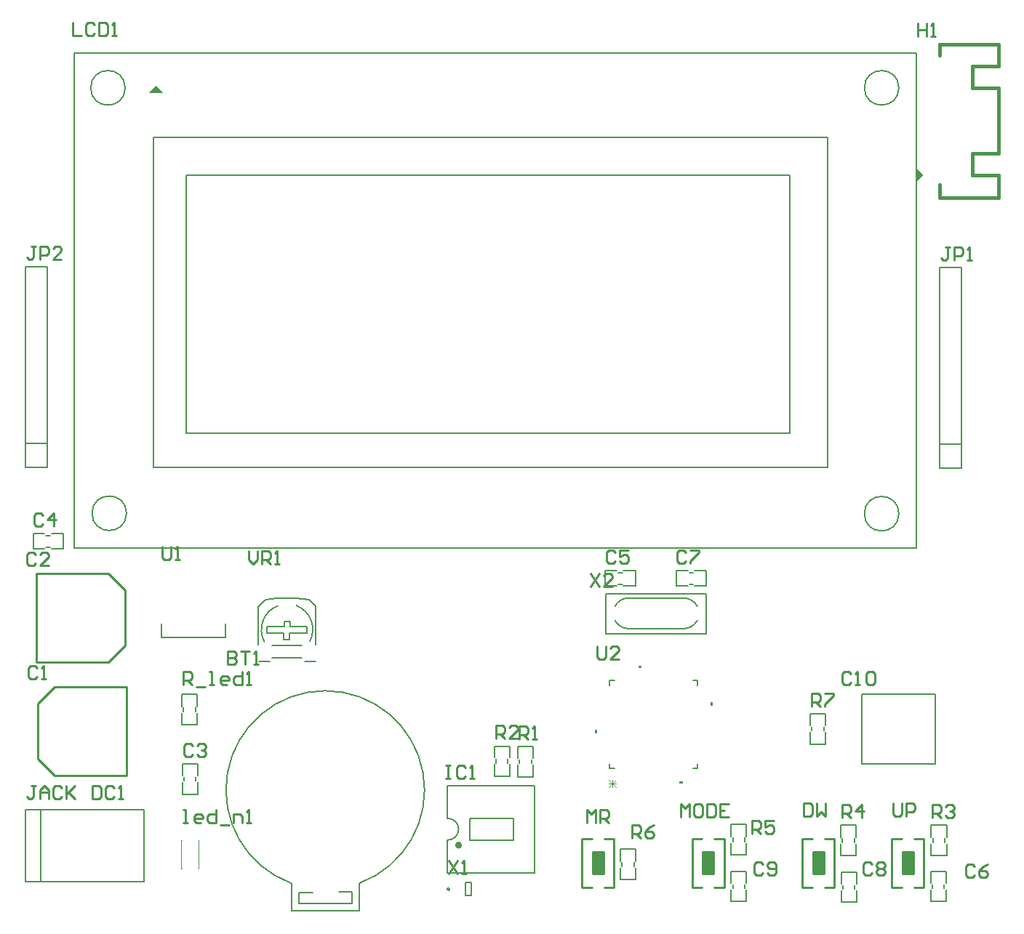
<source format=gto>
G04*
G04 #@! TF.GenerationSoftware,Altium Limited,Altium Designer,21.0.8 (223)*
G04*
G04 Layer_Color=65535*
%FSTAX24Y24*%
%MOIN*%
G70*
G04*
G04 #@! TF.SameCoordinates,3F40436D-0E53-4E97-8F6E-D988C466AF24*
G04*
G04*
G04 #@! TF.FilePolarity,Positive*
G04*
G01*
G75*
%ADD10C,0.0070*%
%ADD11C,0.0150*%
%ADD12C,0.0098*%
%ADD13C,0.0050*%
%ADD14C,0.0100*%
%ADD15C,0.0079*%
%ADD16C,0.0040*%
%ADD17C,0.0060*%
%ADD18C,0.0030*%
%ADD19R,0.0500X0.1000*%
G36*
X04465Y01881D02*
Y01866D01*
X04455D01*
Y01881D01*
X04465D01*
D02*
G37*
G36*
X046545Y02165D02*
Y02175D01*
X046695D01*
Y02165D01*
X046545D01*
D02*
G37*
G36*
X02445Y04835D02*
X0241Y048D01*
X0248D01*
X02445Y04835D01*
D02*
G37*
G36*
X048435Y01645D02*
Y01635D01*
X048585D01*
Y01645D01*
X048435D01*
D02*
G37*
G36*
X04985Y02007D02*
Y01992D01*
X04995D01*
Y02007D01*
X04985D01*
D02*
G37*
G36*
X059255Y044605D02*
Y043895D01*
X059605Y044245D01*
X059615D01*
X059255Y044605D01*
D02*
G37*
D10*
X030031Y024501D02*
G03*
X029406Y022853I000419J-001101D01*
G01*
X031494Y022863D02*
G03*
X030869Y024511I-001044J000547D01*
G01*
X02309Y02874D02*
G03*
X02309Y02874I-000791J0D01*
G01*
X02303Y04825D02*
G03*
X02303Y04825I-000791J0D01*
G01*
X05849D02*
G03*
X05849Y04825I-000791J0D01*
G01*
Y02872D02*
G03*
X05849Y02872I-000791J0D01*
G01*
X03377Y011779D02*
G03*
X030639Y011776I-00157J004271D01*
G01*
X037796Y01375D02*
G03*
X0378Y01475I000017J0005D01*
G01*
X05088Y011536D02*
Y011716D01*
X05142Y011536D02*
Y011716D01*
X06003Y011536D02*
Y011716D01*
X06057Y011536D02*
Y011716D01*
X055929Y011508D02*
Y011688D01*
X056469Y011508D02*
Y011688D01*
X045806Y012558D02*
Y012738D01*
X046346Y012558D02*
Y012738D01*
X05088Y013686D02*
Y013866D01*
X05142Y013686D02*
Y013866D01*
X054504Y018762D02*
Y018942D01*
X055044Y018762D02*
Y018942D01*
X026271Y016462D02*
Y016642D01*
X025731Y016462D02*
Y016642D01*
X02954Y02353D02*
X03031D01*
Y02379D01*
X03058D01*
Y02354D02*
Y02379D01*
Y02354D02*
X03137D01*
Y02325D02*
Y02354D01*
X03057Y02325D02*
X03137D01*
X03057Y02296D02*
Y02325D01*
X0303Y02296D02*
X03057D01*
X0303D02*
Y02326D01*
X02953D02*
X0303D01*
X02953D02*
Y02353D01*
X02977Y02269D02*
X03112D01*
X030865Y02486D02*
X03145Y02477D01*
X03175Y02447D01*
Y02272D02*
Y02447D01*
X02976Y0221D02*
X03113D01*
X02914Y02271D02*
Y02446D01*
X02945Y02477D01*
X02999Y02486D01*
X030865D01*
X03125Y02196D02*
X03176D01*
X02916D02*
X02967D01*
X02584Y0324D02*
X0535D01*
Y04423D01*
X02584D02*
X0535D01*
X02584Y0324D02*
Y04423D01*
X02434Y03083D02*
X05521D01*
Y04598D01*
X02434D02*
X05521D01*
X02434Y03083D02*
Y04598D01*
X02071Y02715D02*
X0593D01*
Y04985D01*
X0207D02*
X0593D01*
X0207Y02715D02*
Y04985D01*
X03375Y0105D02*
Y011779D01*
X03065Y0105D02*
X03375D01*
X03065D02*
Y011763D01*
X03099Y01136D02*
X03161D01*
X03099Y01084D02*
Y01136D01*
Y01084D02*
X03344D01*
Y01137D01*
X03283D02*
X03344D01*
X01915Y01185D02*
Y01515D01*
X01845Y01185D02*
X0239D01*
X01845Y01515D02*
X0239D01*
Y01185D02*
Y01515D01*
X01845Y01185D02*
Y01515D01*
X026246Y019658D02*
Y019838D01*
X025706Y019658D02*
Y019838D01*
X019408Y027181D02*
X019588D01*
X019408Y027721D02*
X019588D01*
X04003Y017284D02*
Y017464D01*
X04057Y017284D02*
Y017464D01*
X041104Y017262D02*
Y017442D01*
X041644Y017262D02*
Y017442D01*
X03881Y01475D02*
X04082D01*
X03881Y01375D02*
Y01475D01*
Y01375D02*
X04082D01*
Y01475D01*
X0378Y01625D02*
X0418D01*
Y01225D02*
Y01625D01*
X0378Y01225D02*
X0418D01*
X0378Y01476D02*
Y01625D01*
Y01225D02*
Y01375D01*
X045631Y025483D02*
X045811D01*
X045631Y026023D02*
X045811D01*
X060596Y013658D02*
Y013838D01*
X060056Y013658D02*
Y013838D01*
X048884Y02602D02*
X049064D01*
X048884Y02548D02*
X049064D01*
X056446Y013658D02*
Y013838D01*
X055906Y013658D02*
Y013838D01*
D11*
X03839Y01352D02*
G03*
X03839Y01352I-00008J0D01*
G01*
X06035Y0432D02*
Y0438D01*
Y0432D02*
X06305D01*
X06035Y05025D02*
X06305D01*
Y0432D02*
Y04425D01*
X06185D02*
X06305D01*
X06185D02*
Y04525D01*
X06305D01*
Y04825D01*
X06185D02*
X06305D01*
X06185D02*
Y04925D01*
X06305D01*
Y05025D01*
X06035Y04975D02*
Y05025D01*
D12*
X037894Y0115D02*
G03*
X037894Y0115I-000049J0D01*
G01*
D13*
X04925Y024475D02*
G03*
X04863Y02485I-00062J-000325D01*
G01*
Y02345D02*
G03*
X04925Y023825I0J0007D01*
G01*
X0461Y02485D02*
G03*
X04548Y024475I0J-0007D01*
G01*
Y023825D02*
G03*
X0461Y02345I00062J000325D01*
G01*
X04505Y0232D02*
X04965D01*
X04505D02*
Y02505D01*
X04965D01*
Y0232D02*
Y02505D01*
X0461Y02345D02*
X04865D01*
X046096Y024854D02*
X04865D01*
D14*
X04498Y01381D02*
X04543D01*
X04397D02*
X04442D01*
X04445Y0122D02*
X04495D01*
Y0132D01*
X04445D02*
X04495D01*
X04445Y0122D02*
Y0132D01*
X04397Y01159D02*
Y01381D01*
X04543Y01159D02*
Y01381D01*
X04498Y01159D02*
X04543D01*
X04397D02*
X04442D01*
X05003Y01381D02*
X05048D01*
X04902D02*
X04947D01*
X0495Y0122D02*
X05D01*
Y0132D01*
X0495D02*
X05D01*
X0495Y0122D02*
Y0132D01*
X04902Y01159D02*
Y01381D01*
X05048Y01159D02*
Y01381D01*
X05003Y01159D02*
X05048D01*
X04902D02*
X04947D01*
X023078Y016722D02*
Y020778D01*
X019022Y020022D02*
X019778Y020778D01*
X023078D01*
X019022Y017478D02*
Y020022D01*
Y017478D02*
X019778Y016722D01*
X023078D01*
X018972Y021922D02*
Y025978D01*
X022272Y021922D02*
X023028Y022678D01*
X018972Y021922D02*
X022272D01*
X023028Y022678D02*
Y025222D01*
X022272Y025978D02*
X023028Y025222D01*
X018972Y025978D02*
X022272D01*
X05817Y01159D02*
X05862D01*
X05918D02*
X05963D01*
Y01381D01*
X05817Y01159D02*
Y01381D01*
X05865Y0122D02*
Y0132D01*
X05915D01*
Y0122D02*
Y0132D01*
X05865Y0122D02*
X05915D01*
X05817Y01381D02*
X05862D01*
X05918D02*
X05963D01*
X05407Y01159D02*
X05452D01*
X05508D02*
X05553D01*
Y01381D01*
X05407Y01159D02*
Y01381D01*
X05455Y0122D02*
Y0132D01*
X05505D01*
Y0122D02*
Y0132D01*
X05455Y0122D02*
X05505D01*
X05407Y01381D02*
X05452D01*
X05508D02*
X05553D01*
X0442Y01455D02*
Y01515D01*
X0444Y01495D01*
X0446Y01515D01*
Y01455D01*
X0448D02*
Y01515D01*
X0451D01*
X0452Y01505D01*
Y01485D01*
X0451Y01475D01*
X0448D01*
X045D02*
X0452Y01455D01*
X0485Y0148D02*
Y0154D01*
X0487Y0152D01*
X0489Y0154D01*
Y0148D01*
X0494Y0154D02*
X0492D01*
X0491Y0153D01*
Y0149D01*
X0492Y0148D01*
X0494D01*
X0495Y0149D01*
Y0153D01*
X0494Y0154D01*
X0497D02*
Y0148D01*
X05D01*
X0501Y0149D01*
Y0153D01*
X05Y0154D01*
X0497D01*
X0507D02*
X0503D01*
Y0148D01*
X0507D01*
X0503Y0151D02*
X0505D01*
X05225Y01265D02*
X05215Y01275D01*
X05195D01*
X05185Y01265D01*
Y01225D01*
X05195Y01215D01*
X05215D01*
X05225Y01225D01*
X05245D02*
X05255Y01215D01*
X05275D01*
X05285Y01225D01*
Y01265D01*
X05275Y01275D01*
X05255D01*
X05245Y01265D01*
Y01255D01*
X05255Y01245D01*
X05285D01*
X06195Y01255D02*
X06185Y01265D01*
X06165D01*
X06155Y01255D01*
Y01215D01*
X06165Y01205D01*
X06185D01*
X06195Y01215D01*
X06255Y01265D02*
X06235Y01255D01*
X06215Y01235D01*
Y01215D01*
X06225Y01205D01*
X06245D01*
X06255Y01215D01*
Y01225D01*
X06245Y01235D01*
X06215D01*
X05725Y01265D02*
X05715Y01275D01*
X05695D01*
X05685Y01265D01*
Y01225D01*
X05695Y01215D01*
X05715D01*
X05725Y01225D01*
X05745Y01265D02*
X05755Y01275D01*
X05775D01*
X05785Y01265D01*
Y01255D01*
X05775Y01245D01*
X05785Y01235D01*
Y01225D01*
X05775Y01215D01*
X05755D01*
X05745Y01225D01*
Y01235D01*
X05755Y01245D01*
X05745Y01255D01*
Y01265D01*
X05755Y01245D02*
X05775D01*
X04625Y01385D02*
Y01445D01*
X04655D01*
X04665Y01435D01*
Y01415D01*
X04655Y01405D01*
X04625D01*
X04645D02*
X04665Y01385D01*
X04725Y01445D02*
X04705Y01435D01*
X04685Y01415D01*
Y01395D01*
X04695Y01385D01*
X04715D01*
X04725Y01395D01*
Y01405D01*
X04715Y01415D01*
X04685D01*
X05175Y01405D02*
Y01465D01*
X05205D01*
X05215Y01455D01*
Y01435D01*
X05205Y01425D01*
X05175D01*
X05195D02*
X05215Y01405D01*
X05275Y01465D02*
X05235D01*
Y01435D01*
X05255Y01445D01*
X05265D01*
X05275Y01435D01*
Y01415D01*
X05265Y01405D01*
X05245D01*
X05235Y01415D01*
X02868Y02702D02*
Y02662D01*
X02888Y02642D01*
X02908Y02662D01*
Y02702D01*
X02928Y02642D02*
Y02702D01*
X02958D01*
X02968Y02692D01*
Y02672D01*
X02958Y02662D01*
X02928D01*
X02948D02*
X02968Y02642D01*
X02988D02*
X03008D01*
X02998D01*
Y02702D01*
X02988Y02692D01*
X02063Y05123D02*
Y05063D01*
X02103D01*
X02163Y05113D02*
X02153Y05123D01*
X02133D01*
X02123Y05113D01*
Y05073D01*
X02133Y05063D01*
X02153D01*
X02163Y05073D01*
X02183Y05123D02*
Y05063D01*
X02213D01*
X022229Y05073D01*
Y05113D01*
X02213Y05123D01*
X02183D01*
X022429Y05063D02*
X022629D01*
X022529D01*
Y05123D01*
X022429Y05113D01*
X04465Y02265D02*
Y02215D01*
X04475Y02205D01*
X04495D01*
X04505Y02215D01*
Y02265D01*
X04565Y02205D02*
X04525D01*
X04565Y02245D01*
Y02255D01*
X04555Y02265D01*
X04535D01*
X04525Y02255D01*
X05936Y05122D02*
Y05062D01*
Y05092D01*
X05976D01*
Y05122D01*
Y05062D01*
X05996D02*
X06016D01*
X06006D01*
Y05122D01*
X05996Y05112D01*
X04437Y02598D02*
X04477Y02538D01*
Y02598D02*
X04437Y02538D01*
X04537D02*
X04497D01*
X04537Y02578D01*
Y02588D01*
X04527Y02598D01*
X04507D01*
X04497Y02588D01*
X03785Y0128D02*
X03825Y0122D01*
Y0128D02*
X03785Y0122D01*
X03845D02*
X03865D01*
X03855D01*
Y0128D01*
X03845Y0127D01*
X02474Y02722D02*
Y02672D01*
X02484Y02662D01*
X02504D01*
X02514Y02672D01*
Y02722D01*
X02534Y02662D02*
X02554D01*
X02544D01*
Y02722D01*
X02534Y02712D01*
X05412Y01543D02*
Y01483D01*
X05442D01*
X05452Y01493D01*
Y01533D01*
X05442Y01543D01*
X05412D01*
X05472D02*
Y01483D01*
X05492Y01503D01*
X05512Y01483D01*
Y01543D01*
X05822D02*
Y01493D01*
X05832Y01483D01*
X05852D01*
X05862Y01493D01*
Y01543D01*
X05882Y01483D02*
Y01543D01*
X05912D01*
X05922Y01533D01*
Y01513D01*
X05912Y01503D01*
X05882D01*
X02568Y02088D02*
Y02148D01*
X02598D01*
X02608Y02138D01*
Y02118D01*
X02598Y02108D01*
X02568D01*
X02588D02*
X02608Y02088D01*
X02628Y02078D02*
X02668D01*
X02688Y02088D02*
X02708D01*
X02698D01*
Y02148D01*
X02688D01*
X027679Y02088D02*
X027479D01*
X027379Y02098D01*
Y02118D01*
X027479Y02128D01*
X027679D01*
X027779Y02118D01*
Y02108D01*
X027379D01*
X028379Y02148D02*
Y02088D01*
X028079D01*
X027979Y02098D01*
Y02118D01*
X028079Y02128D01*
X028379D01*
X028579Y02088D02*
X028779D01*
X028679D01*
Y02148D01*
X028579Y02138D01*
X05448Y01988D02*
Y02048D01*
X05478D01*
X05488Y02038D01*
Y02018D01*
X05478Y02008D01*
X05448D01*
X05468D02*
X05488Y01988D01*
X05508Y02048D02*
X05548D01*
Y02038D01*
X05508Y01998D01*
Y01988D01*
X05588Y01478D02*
Y01538D01*
X05618D01*
X05628Y01528D01*
Y01508D01*
X05618Y01498D01*
X05588D01*
X05608D02*
X05628Y01478D01*
X05678D02*
Y01538D01*
X05648Y01508D01*
X05688D01*
X06003Y01478D02*
Y01538D01*
X06033D01*
X06043Y01528D01*
Y01508D01*
X06033Y01498D01*
X06003D01*
X06023D02*
X06043Y01478D01*
X06063Y01528D02*
X06073Y01538D01*
X06093D01*
X06103Y01528D01*
Y01518D01*
X06093Y01508D01*
X06083D01*
X06093D01*
X06103Y01498D01*
Y01488D01*
X06093Y01478D01*
X06073D01*
X06063Y01488D01*
X04001Y0184D02*
Y019D01*
X04031D01*
X04041Y0189D01*
Y0187D01*
X04031Y0186D01*
X04001D01*
X04021D02*
X04041Y0184D01*
X04101D02*
X04061D01*
X04101Y0188D01*
Y0189D01*
X04091Y019D01*
X04071D01*
X04061Y0189D01*
X04108Y01838D02*
Y01898D01*
X04138D01*
X04148Y01888D01*
Y01868D01*
X04138Y01858D01*
X04108D01*
X04128D02*
X04148Y01838D01*
X04168D02*
X04188D01*
X04178D01*
Y01898D01*
X04168Y01888D01*
X025681Y01454D02*
X025881D01*
X025781D01*
Y01514D01*
X025681D01*
X02648Y01454D02*
X02628D01*
X02618Y01464D01*
Y01484D01*
X02628Y01494D01*
X02648D01*
X02658Y01484D01*
Y01474D01*
X02618D01*
X02718Y01514D02*
Y01454D01*
X02688D01*
X02678Y01464D01*
Y01484D01*
X02688Y01494D01*
X02718D01*
X02738Y01444D02*
X02778D01*
X02798Y01454D02*
Y01494D01*
X02828D01*
X02838Y01484D01*
Y01454D01*
X02858D02*
X02878D01*
X02868D01*
Y01514D01*
X02858Y01504D01*
X01891Y04099D02*
X01871D01*
X01881D01*
Y04049D01*
X01871Y04039D01*
X01861D01*
X01851Y04049D01*
X01911Y04039D02*
Y04099D01*
X01941D01*
X01951Y04089D01*
Y04069D01*
X01941Y04059D01*
X01911D01*
X020109Y04039D02*
X01971D01*
X020109Y04079D01*
Y04089D01*
X02001Y04099D01*
X01981D01*
X01971Y04089D01*
X06081Y04094D02*
X06061D01*
X06071D01*
Y04044D01*
X06061Y04034D01*
X06051D01*
X06041Y04044D01*
X06101Y04034D02*
Y04094D01*
X06131D01*
X06141Y04084D01*
Y04064D01*
X06131Y04054D01*
X06101D01*
X06161Y04034D02*
X06181D01*
X06171D01*
Y04094D01*
X06161Y04084D01*
X01892Y01624D02*
X01872D01*
X01882D01*
Y01574D01*
X01872Y01564D01*
X01862D01*
X01852Y01574D01*
X01912Y01564D02*
Y01604D01*
X01932Y01624D01*
X01952Y01604D01*
Y01564D01*
Y01594D01*
X01912D01*
X020119Y01614D02*
X02002Y01624D01*
X01982D01*
X01972Y01614D01*
Y01574D01*
X01982Y01564D01*
X02002D01*
X020119Y01574D01*
X020319Y01624D02*
Y01564D01*
Y01584D01*
X020719Y01624D01*
X020419Y01594D01*
X020719Y01564D01*
X021519Y01624D02*
Y01564D01*
X021819D01*
X021919Y01574D01*
Y01614D01*
X021819Y01624D01*
X021519D01*
X022519Y01614D02*
X022419Y01624D01*
X022219D01*
X022119Y01614D01*
Y01574D01*
X022219Y01564D01*
X022419D01*
X022519Y01574D01*
X022719Y01564D02*
X022919D01*
X022819D01*
Y01624D01*
X022719Y01614D01*
X03772Y01718D02*
X03792D01*
X03782D01*
Y01658D01*
X03772D01*
X03792D01*
X03862Y01708D02*
X03852Y01718D01*
X03832D01*
X03822Y01708D01*
Y01668D01*
X03832Y01658D01*
X03852D01*
X03862Y01668D01*
X03882Y01658D02*
X03902D01*
X03892D01*
Y01718D01*
X03882Y01708D01*
X0563Y02137D02*
X0562Y02147D01*
X056D01*
X0559Y02137D01*
Y02097D01*
X056Y02087D01*
X0562D01*
X0563Y02097D01*
X0565Y02087D02*
X0567D01*
X0566D01*
Y02147D01*
X0565Y02137D01*
X057D02*
X0571Y02147D01*
X0573D01*
X0574Y02137D01*
Y02097D01*
X0573Y02087D01*
X0571D01*
X057Y02097D01*
Y02137D01*
X04874Y02694D02*
X04864Y02704D01*
X04844D01*
X04834Y02694D01*
Y02654D01*
X04844Y02644D01*
X04864D01*
X04874Y02654D01*
X04894Y02704D02*
X04934D01*
Y02694D01*
X04894Y02654D01*
Y02644D01*
X04549Y02694D02*
X04539Y02704D01*
X04519D01*
X04509Y02694D01*
Y02654D01*
X04519Y02644D01*
X04539D01*
X04549Y02654D01*
X04609Y02704D02*
X04569D01*
Y02674D01*
X04589Y02684D01*
X04599D01*
X04609Y02674D01*
Y02654D01*
X04599Y02644D01*
X04579D01*
X04569Y02654D01*
X01927Y02864D02*
X01917Y02874D01*
X01897D01*
X01887Y02864D01*
Y02824D01*
X01897Y02814D01*
X01917D01*
X01927Y02824D01*
X01977Y02814D02*
Y02874D01*
X01947Y02844D01*
X01987D01*
X02611Y01808D02*
X02601Y01818D01*
X02581D01*
X02571Y01808D01*
Y01768D01*
X02581Y01758D01*
X02601D01*
X02611Y01768D01*
X02631Y01808D02*
X02641Y01818D01*
X02661D01*
X02671Y01808D01*
Y01798D01*
X02661Y01788D01*
X02651D01*
X02661D01*
X02671Y01778D01*
Y01768D01*
X02661Y01758D01*
X02641D01*
X02631Y01768D01*
X01894Y02683D02*
X01884Y02693D01*
X01864D01*
X01854Y02683D01*
Y02643D01*
X01864Y02633D01*
X01884D01*
X01894Y02643D01*
X01954Y02633D02*
X01914D01*
X01954Y02673D01*
Y02683D01*
X01944Y02693D01*
X01924D01*
X01914Y02683D01*
X01899Y02163D02*
X01889Y02173D01*
X01869D01*
X01859Y02163D01*
Y02123D01*
X01869Y02113D01*
X01889D01*
X01899Y02123D01*
X01919Y02113D02*
X01939D01*
X01929D01*
Y02173D01*
X01919Y02163D01*
X02772Y02242D02*
Y02182D01*
X02802D01*
X02812Y02192D01*
Y02202D01*
X02802Y02212D01*
X02772D01*
X02802D01*
X02812Y02222D01*
Y02232D01*
X02802Y02242D01*
X02772D01*
X02832D02*
X02872D01*
X02852D01*
Y02182D01*
X02892D02*
X02912D01*
X02902D01*
Y02242D01*
X02892Y02232D01*
D15*
X050801Y010938D02*
X051501D01*
X050801Y012318D02*
X051501D01*
X050801Y010938D02*
Y011467D01*
Y011772D02*
Y012318D01*
X051501Y011772D02*
Y012318D01*
Y010938D02*
Y011467D01*
X059951Y010938D02*
X060651D01*
X059951Y012318D02*
X060651D01*
X059951Y010938D02*
Y011467D01*
Y011772D02*
Y012318D01*
X060651Y011772D02*
Y012318D01*
Y010938D02*
Y011467D01*
X05585Y01091D02*
X05655D01*
X05585Y01229D02*
X05655D01*
X05585Y01091D02*
Y011439D01*
Y011744D02*
Y01229D01*
X05655Y011744D02*
Y01229D01*
Y01091D02*
Y011439D01*
X04572Y011961D02*
Y012489D01*
Y011961D02*
X04643D01*
Y012489D01*
Y012794D02*
Y013339D01*
X04572Y012794D02*
Y013339D01*
X04643D01*
X050794Y013089D02*
Y013617D01*
Y013089D02*
X051504D01*
Y013617D01*
Y013922D02*
Y014467D01*
X050794Y013922D02*
Y014467D01*
X051504D01*
X0568Y020448D02*
X06015D01*
Y01725D02*
Y020448D01*
X0568Y01725D02*
X06015D01*
X0568D02*
Y020448D01*
X05442Y018161D02*
X05513D01*
Y018706D01*
X05442Y018161D02*
Y018706D01*
Y019011D02*
Y019539D01*
X05513D01*
Y019011D02*
Y019539D01*
X02565Y01724D02*
X02635D01*
X02565Y01586D02*
X02635D01*
Y016711D02*
Y01724D01*
Y01586D02*
Y016406D01*
X02565Y01586D02*
Y016406D01*
Y016711D02*
Y01724D01*
X01845Y03195D02*
X01945D01*
X01845Y030852D02*
Y040048D01*
Y030852D02*
X01945D01*
Y040048D01*
X01845D02*
X01945D01*
X06035Y0319D02*
X06135D01*
X06035Y030802D02*
Y039999D01*
Y030802D02*
X06135D01*
Y039999D01*
X06035D02*
X06135D01*
X024683Y023051D02*
Y023681D01*
Y023051D02*
X027635D01*
Y023681D01*
X02562Y020439D02*
X02633D01*
X02562Y019894D02*
Y020439D01*
X02633Y019894D02*
Y020439D01*
Y019061D02*
Y019589D01*
X02562Y019061D02*
X02633D01*
X02562D02*
Y019589D01*
X01881Y0271D02*
X019339D01*
X019644D02*
X02019D01*
X019644Y0278D02*
X02019D01*
X01881D02*
X019339D01*
X02019Y0271D02*
Y0278D01*
X01881Y0271D02*
Y0278D01*
X039946Y016683D02*
X040656D01*
Y017228D01*
X039946Y016683D02*
Y017228D01*
Y017533D02*
Y018061D01*
X040656D01*
Y017533D02*
Y018061D01*
X04102Y016661D02*
X04173D01*
Y017206D01*
X04102Y016661D02*
Y017206D01*
Y017511D02*
Y018039D01*
X04173D01*
Y017511D02*
Y018039D01*
X038612Y011795D02*
X038888D01*
X038612Y011205D02*
X038888D01*
X038612D02*
Y011795D01*
X038888Y011205D02*
Y011795D01*
X045032Y025401D02*
X045562D01*
X045867D02*
X046412D01*
X045867Y026101D02*
X046412D01*
X045032D02*
X045562D01*
X046412Y025401D02*
Y026101D01*
X045032Y025401D02*
Y026101D01*
X05997Y014439D02*
X06068D01*
X05997Y013894D02*
Y014439D01*
X06068Y013894D02*
Y014439D01*
Y013061D02*
Y013589D01*
X05997Y013061D02*
X06068D01*
X05997D02*
Y013589D01*
X049133Y026101D02*
X049662D01*
X048282D02*
X048828D01*
X048282Y025401D02*
X048828D01*
X049133D02*
X049662D01*
X048282D02*
Y026101D01*
X049662Y025401D02*
Y026101D01*
X05582Y014439D02*
X05653D01*
X05582Y013894D02*
Y014439D01*
X05653Y013894D02*
Y014439D01*
Y013061D02*
Y013589D01*
X05582Y013061D02*
X05653D01*
X05582D02*
Y013589D01*
D16*
X025601Y01244D02*
X025621D01*
X025601Y01374D02*
X025631D01*
X026381D02*
X026401D01*
X026381Y01244D02*
X026401D01*
X025601D02*
Y01374D01*
X026401Y01244D02*
Y01374D01*
D17*
X04523Y02107D02*
X045444D01*
X04927Y020856D02*
Y02107D01*
X049056Y01703D02*
X04927D01*
X04523Y020856D02*
Y02107D01*
X049056D02*
X04927D01*
Y01703D02*
Y017244D01*
X04523Y01703D02*
X045444D01*
X04523D02*
Y017244D01*
D18*
X045201Y016175D02*
X045534Y016508D01*
Y016175D02*
X045201Y016508D01*
X045368Y016175D02*
Y016508D01*
X045534Y016342D02*
X045201D01*
D19*
X0447Y0127D02*
D03*
X04975D02*
D03*
X0589D02*
D03*
X0548D02*
D03*
M02*

</source>
